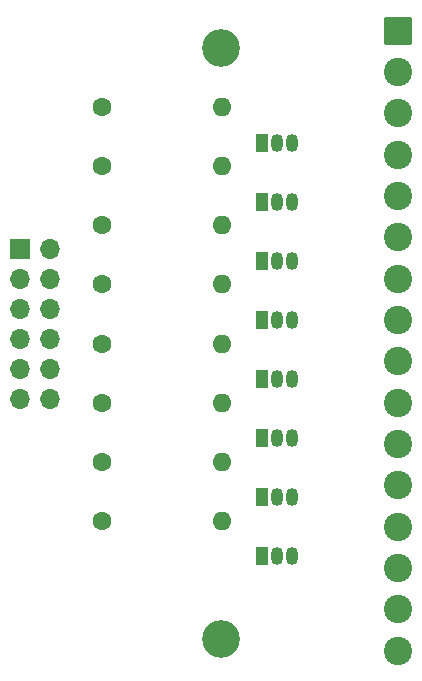
<source format=gbr>
%TF.GenerationSoftware,KiCad,Pcbnew,9.0.0*%
%TF.CreationDate,2025-03-23T16:41:57-07:00*%
%TF.ProjectId,Lights,4c696768-7473-42e6-9b69-6361645f7063,n/c*%
%TF.SameCoordinates,Original*%
%TF.FileFunction,Soldermask,Bot*%
%TF.FilePolarity,Negative*%
%FSLAX46Y46*%
G04 Gerber Fmt 4.6, Leading zero omitted, Abs format (unit mm)*
G04 Created by KiCad (PCBNEW 9.0.0) date 2025-03-23 16:41:57*
%MOMM*%
%LPD*%
G01*
G04 APERTURE LIST*
G04 Aperture macros list*
%AMRoundRect*
0 Rectangle with rounded corners*
0 $1 Rounding radius*
0 $2 $3 $4 $5 $6 $7 $8 $9 X,Y pos of 4 corners*
0 Add a 4 corners polygon primitive as box body*
4,1,4,$2,$3,$4,$5,$6,$7,$8,$9,$2,$3,0*
0 Add four circle primitives for the rounded corners*
1,1,$1+$1,$2,$3*
1,1,$1+$1,$4,$5*
1,1,$1+$1,$6,$7*
1,1,$1+$1,$8,$9*
0 Add four rect primitives between the rounded corners*
20,1,$1+$1,$2,$3,$4,$5,0*
20,1,$1+$1,$4,$5,$6,$7,0*
20,1,$1+$1,$6,$7,$8,$9,0*
20,1,$1+$1,$8,$9,$2,$3,0*%
G04 Aperture macros list end*
%ADD10C,1.600000*%
%ADD11O,1.600000X1.600000*%
%ADD12R,1.050000X1.500000*%
%ADD13O,1.050000X1.500000*%
%ADD14RoundRect,0.250001X-0.949999X0.949999X-0.949999X-0.949999X0.949999X-0.949999X0.949999X0.949999X0*%
%ADD15C,2.400000*%
%ADD16R,1.700000X1.700000*%
%ADD17O,1.700000X1.700000*%
%ADD18C,3.200000*%
G04 APERTURE END LIST*
D10*
%TO.C,R24*%
X179920000Y-80000000D03*
D11*
X190080000Y-80000000D03*
%TD*%
D10*
%TO.C,R23*%
X179920000Y-75000000D03*
D11*
X190080000Y-75000000D03*
%TD*%
D10*
%TO.C,R22*%
X179920000Y-70000000D03*
D11*
X190080000Y-70000000D03*
%TD*%
D10*
%TO.C,R21*%
X179920000Y-65000000D03*
D11*
X190080000Y-65000000D03*
%TD*%
D10*
%TO.C,R20*%
X179920000Y-60000000D03*
D11*
X190080000Y-60000000D03*
%TD*%
D10*
%TO.C,R19*%
X179920000Y-55000000D03*
D11*
X190080000Y-55000000D03*
%TD*%
D10*
%TO.C,R18*%
X179920000Y-50000000D03*
D11*
X190080000Y-50000000D03*
%TD*%
D10*
%TO.C,R17*%
X179920000Y-45000000D03*
D11*
X190080000Y-45000000D03*
%TD*%
D12*
%TO.C,Q8*%
X193460000Y-83000000D03*
D13*
X194730000Y-83000000D03*
X196000000Y-83000000D03*
%TD*%
D12*
%TO.C,Q7*%
X193460000Y-78000000D03*
D13*
X194730000Y-78000000D03*
X196000000Y-78000000D03*
%TD*%
D12*
%TO.C,Q6*%
X193460000Y-73000000D03*
D13*
X194730000Y-73000000D03*
X196000000Y-73000000D03*
%TD*%
D12*
%TO.C,Q5*%
X193460000Y-68000000D03*
D13*
X194730000Y-68000000D03*
X196000000Y-68000000D03*
%TD*%
D12*
%TO.C,Q4*%
X193460000Y-63000000D03*
D13*
X194730000Y-63000000D03*
X196000000Y-63000000D03*
%TD*%
D12*
%TO.C,Q3*%
X193460000Y-58000000D03*
D13*
X194730000Y-58000000D03*
X196000000Y-58000000D03*
%TD*%
D12*
%TO.C,Q2*%
X193460000Y-53000000D03*
D13*
X194730000Y-53000000D03*
X196000000Y-53000000D03*
%TD*%
D12*
%TO.C,Q1*%
X193460000Y-48000000D03*
D13*
X194730000Y-48000000D03*
X196000000Y-48000000D03*
%TD*%
D14*
%TO.C,J2*%
X205000000Y-38500000D03*
D15*
X205000000Y-42000000D03*
X205000000Y-45500000D03*
X205000000Y-49000000D03*
X205000000Y-52500000D03*
X205000000Y-56000000D03*
X205000000Y-59500000D03*
X205000000Y-63000000D03*
X205000000Y-66500000D03*
X205000000Y-70000000D03*
X205000000Y-73500000D03*
X205000000Y-77000000D03*
X205000000Y-80500000D03*
X205000000Y-84000000D03*
X205000000Y-87500000D03*
X205000000Y-91000000D03*
%TD*%
D16*
%TO.C,J1*%
X173000000Y-57000000D03*
D17*
X175540000Y-57000000D03*
X173000000Y-59540000D03*
X175540000Y-59540000D03*
X173000000Y-62080000D03*
X175540000Y-62080000D03*
X173000000Y-64620000D03*
X175540000Y-64620000D03*
X173000000Y-67160000D03*
X175540000Y-67160000D03*
X173000000Y-69700000D03*
X175540000Y-69700000D03*
%TD*%
D18*
%TO.C,H2*%
X190000000Y-90000000D03*
%TD*%
%TO.C,H1*%
X190000000Y-40000000D03*
%TD*%
M02*

</source>
